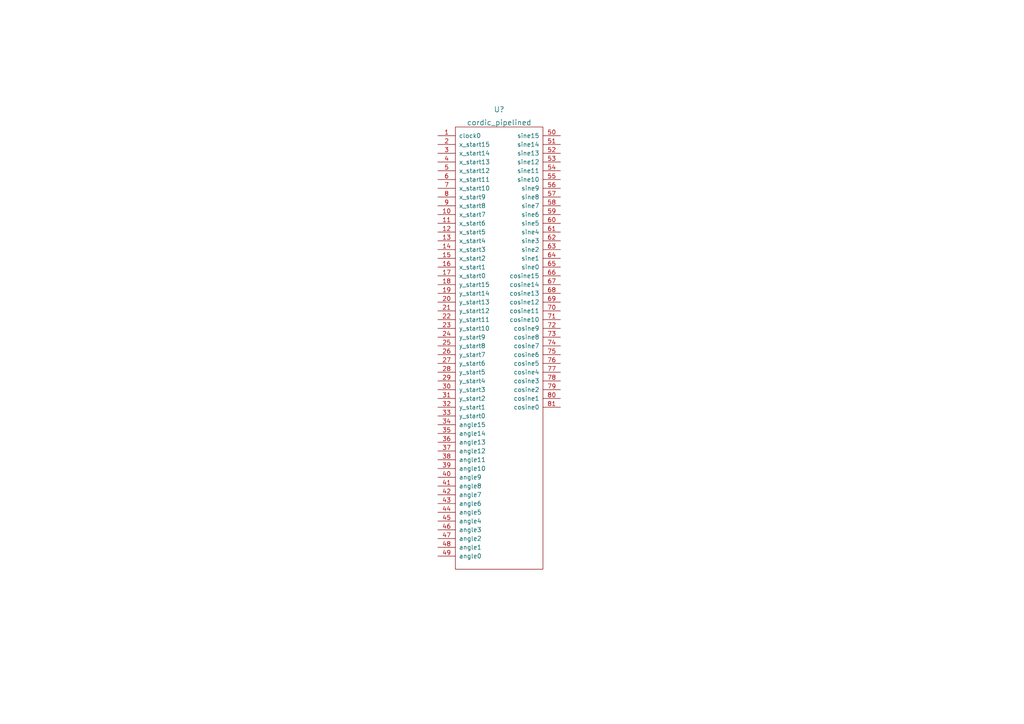
<source format=kicad_sch>
(kicad_sch (version 20211123) (generator eeschema)
  (paper "A4")
  (lib_symbols
    (symbol "eSim_Ngveri:cordic_pipelined" (pin_names (offset 1.016))
      (property "Reference" "U" (at 12 15 0))
      (property "Value" "cordic_pipelined" (at 12 18 0))
      (symbol "cordic_pipelined_0_1"
        (rectangle (start 0 0) (end 25.4 128.27))
      )
      (symbol "cordic_pipelined_1_1"
        (pin input line (at -5.08 125.73 0) (length 5.08) (name "clock0") (number "1"))
        (pin input line (at -5.08 102.87 0) (length 5.08) (name "x_start7") (number "10"))
        (pin input line (at -5.08 100.33 0) (length 5.08) (name "x_start6") (number "11"))
        (pin input line (at -5.08 97.79 0) (length 5.08) (name "x_start5") (number "12"))
        (pin input line (at -5.08 95.25 0) (length 5.08) (name "x_start4") (number "13"))
        (pin input line (at -5.08 92.71 0) (length 5.08) (name "x_start3") (number "14"))
        (pin input line (at -5.08 90.17 0) (length 5.08) (name "x_start2") (number "15"))
        (pin input line (at -5.08 87.63 0) (length 5.08) (name "x_start1") (number "16"))
        (pin input line (at -5.08 85.09 0) (length 5.08) (name "x_start0") (number "17"))
        (pin input line (at -5.08 82.55 0) (length 5.08) (name "y_start15") (number "18"))
        (pin input line (at -5.08 80.01 0) (length 5.08) (name "y_start14") (number "19"))
        (pin input line (at -5.08 123.19 0) (length 5.08) (name "x_start15") (number "2"))
        (pin input line (at -5.08 77.47 0) (length 5.08) (name "y_start13") (number "20"))
        (pin input line (at -5.08 74.93 0) (length 5.08) (name "y_start12") (number "21"))
        (pin input line (at -5.08 72.39 0) (length 5.08) (name "y_start11") (number "22"))
        (pin input line (at -5.08 69.85 0) (length 5.08) (name "y_start10") (number "23"))
        (pin input line (at -5.08 67.31 0) (length 5.08) (name "y_start9") (number "24"))
        (pin input line (at -5.08 64.77 0) (length 5.08) (name "y_start8") (number "25"))
        (pin input line (at -5.08 62.23 0) (length 5.08) (name "y_start7") (number "26"))
        (pin input line (at -5.08 59.69 0) (length 5.08) (name "y_start6") (number "27"))
        (pin input line (at -5.08 57.15 0) (length 5.08) (name "y_start5") (number "28"))
        (pin input line (at -5.08 54.61 0) (length 5.08) (name "y_start4") (number "29"))
        (pin input line (at -5.08 120.65 0) (length 5.08) (name "x_start14") (number "3"))
        (pin input line (at -5.08 52.07 0) (length 5.08) (name "y_start3") (number "30"))
        (pin input line (at -5.08 49.53 0) (length 5.08) (name "y_start2") (number "31"))
        (pin input line (at -5.08 46.99 0) (length 5.08) (name "y_start1") (number "32"))
        (pin input line (at -5.08 44.45 0) (length 5.08) (name "y_start0") (number "33"))
        (pin input line (at -5.08 41.91 0) (length 5.08) (name "angle15") (number "34"))
        (pin input line (at -5.08 39.37 0) (length 5.08) (name "angle14") (number "35"))
        (pin input line (at -5.08 36.83 0) (length 5.08) (name "angle13") (number "36"))
        (pin input line (at -5.08 34.29 0) (length 5.08) (name "angle12") (number "37"))
        (pin input line (at -5.08 31.75 0) (length 5.08) (name "angle11") (number "38"))
        (pin input line (at -5.08 29.21 0) (length 5.08) (name "angle10") (number "39"))
        (pin input line (at -5.08 118.11 0) (length 5.08) (name "x_start13") (number "4"))
        (pin input line (at -5.08 26.67 0) (length 5.08) (name "angle9") (number "40"))
        (pin input line (at -5.08 24.13 0) (length 5.08) (name "angle8") (number "41"))
        (pin input line (at -5.08 21.59 0) (length 5.08) (name "angle7") (number "42"))
        (pin input line (at -5.08 19.05 0) (length 5.08) (name "angle6") (number "43"))
        (pin input line (at -5.08 16.51 0) (length 5.08) (name "angle5") (number "44"))
        (pin input line (at -5.08 13.97 0) (length 5.08) (name "angle4") (number "45"))
        (pin input line (at -5.08 11.43 0) (length 5.08) (name "angle3") (number "46"))
        (pin input line (at -5.08 8.89 0) (length 5.08) (name "angle2") (number "47"))
        (pin input line (at -5.08 6.35 0) (length 5.08) (name "angle1") (number "48"))
        (pin input line (at -5.08 3.81 0) (length 5.08) (name "angle0") (number "49"))
        (pin input line (at -5.08 115.57 0) (length 5.08) (name "x_start12") (number "5"))
        (pin output line (at 30.48 125.73 180) (length 5.08) (name "sine15") (number "50"))
        (pin output line (at 30.48 123.19 180) (length 5.08) (name "sine14") (number "51"))
        (pin output line (at 30.48 120.65 180) (length 5.08) (name "sine13") (number "52"))
        (pin output line (at 30.48 118.11 180) (length 5.08) (name "sine12") (number "53"))
        (pin output line (at 30.48 115.57 180) (length 5.08) (name "sine11") (number "54"))
        (pin output line (at 30.48 113.03 180) (length 5.08) (name "sine10") (number "55"))
        (pin output line (at 30.48 110.49 180) (length 5.08) (name "sine9") (number "56"))
        (pin output line (at 30.48 107.95 180) (length 5.08) (name "sine8") (number "57"))
        (pin output line (at 30.48 105.41 180) (length 5.08) (name "sine7") (number "58"))
        (pin output line (at 30.48 102.87 180) (length 5.08) (name "sine6") (number "59"))
        (pin input line (at -5.08 113.03 0) (length 5.08) (name "x_start11") (number "6"))
        (pin output line (at 30.48 100.33 180) (length 5.08) (name "sine5") (number "60"))
        (pin output line (at 30.48 97.79 180) (length 5.08) (name "sine4") (number "61"))
        (pin output line (at 30.48 95.25 180) (length 5.08) (name "sine3") (number "62"))
        (pin output line (at 30.48 92.71 180) (length 5.08) (name "sine2") (number "63"))
        (pin output line (at 30.48 90.17 180) (length 5.08) (name "sine1") (number "64"))
        (pin output line (at 30.48 87.63 180) (length 5.08) (name "sine0") (number "65"))
        (pin output line (at 30.48 85.09 180) (length 5.08) (name "cosine15") (number "66"))
        (pin output line (at 30.48 82.55 180) (length 5.08) (name "cosine14") (number "67"))
        (pin output line (at 30.48 80.01 180) (length 5.08) (name "cosine13") (number "68"))
        (pin output line (at 30.48 77.47 180) (length 5.08) (name "cosine12") (number "69"))
        (pin input line (at -5.08 110.49 0) (length 5.08) (name "x_start10") (number "7"))
        (pin output line (at 30.48 74.93 180) (length 5.08) (name "cosine11") (number "70"))
        (pin output line (at 30.48 72.39 180) (length 5.08) (name "cosine10") (number "71"))
        (pin output line (at 30.48 69.85 180) (length 5.08) (name "cosine9") (number "72"))
        (pin output line (at 30.48 67.31 180) (length 5.08) (name "cosine8") (number "73"))
        (pin output line (at 30.48 64.77 180) (length 5.08) (name "cosine7") (number "74"))
        (pin output line (at 30.48 62.23 180) (length 5.08) (name "cosine6") (number "75"))
        (pin output line (at 30.48 59.69 180) (length 5.08) (name "cosine5") (number "76"))
        (pin output line (at 30.48 57.15 180) (length 5.08) (name "cosine4") (number "77"))
        (pin output line (at 30.48 54.61 180) (length 5.08) (name "cosine3") (number "78"))
        (pin output line (at 30.48 52.07 180) (length 5.08) (name "cosine2") (number "79"))
        (pin input line (at -5.08 107.95 0) (length 5.08) (name "x_start9") (number "8"))
        (pin output line (at 30.48 49.53 180) (length 5.08) (name "cosine1") (number "80"))
        (pin output line (at 30.48 46.99 180) (length 5.08) (name "cosine0") (number "81"))
        (pin input line (at -5.08 105.41 0) (length 5.08) (name "x_start8") (number "9"))
      )
    )
  )
  (symbol (lib_id "eSim_Ngveri:cordic_pipelined") (at 132.08 165.1 0) (unit 1)
    (property "Reference" "U?" (at 144.78 31.75 0) (effects (font (size 1.524 1.524))))
    (property "Value" "cordic_pipelined" (at 144.78 35.56 0) (effects (font (size 1.524 1.524))))
  )
)
</source>
